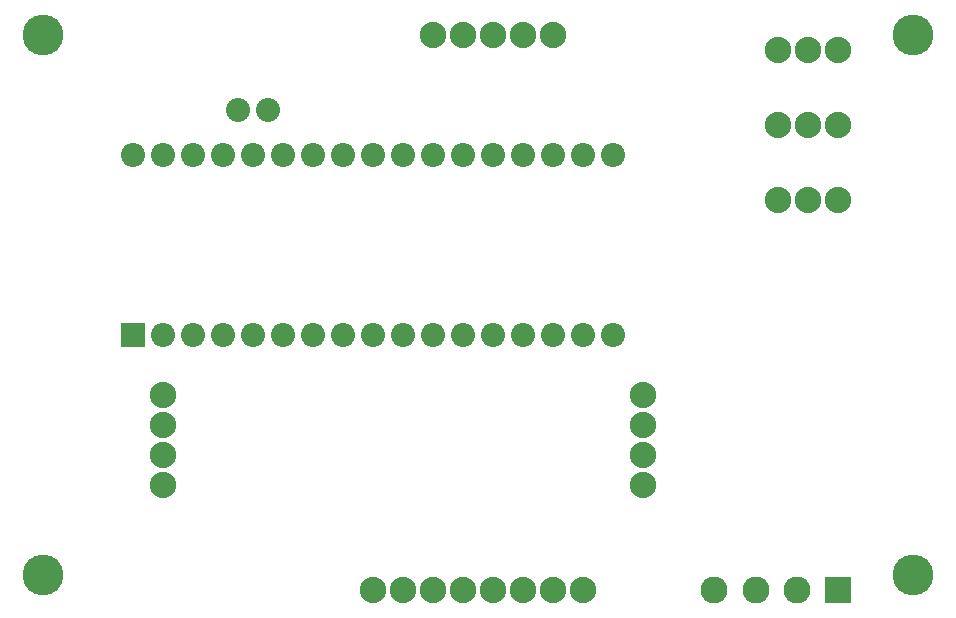
<source format=gts>
G04 MADE WITH FRITZING*
G04 WWW.FRITZING.ORG*
G04 DOUBLE SIDED*
G04 HOLES PLATED*
G04 CONTOUR ON CENTER OF CONTOUR VECTOR*
%ASAXBY*%
%FSLAX23Y23*%
%MOIN*%
%OFA0B0*%
%SFA1.0B1.0*%
%ADD10C,0.090000*%
%ADD11C,0.080555*%
%ADD12C,0.080583*%
%ADD13C,0.088000*%
%ADD14C,0.080000*%
%ADD15C,0.135984*%
%ADD16R,0.090000X0.090000*%
%ADD17R,0.080542X0.080570*%
%LNMASK1*%
G90*
G70*
G54D10*
X2886Y164D03*
X2748Y164D03*
X2611Y164D03*
X2473Y164D03*
G54D11*
X536Y1014D03*
X636Y1014D03*
X736Y1014D03*
X836Y1014D03*
X936Y1014D03*
X1036Y1014D03*
X1136Y1014D03*
X1236Y1014D03*
X1336Y1014D03*
G54D12*
X1436Y1014D03*
X1536Y1014D03*
X1636Y1014D03*
G54D11*
X1736Y1014D03*
X1836Y1014D03*
G54D12*
X1936Y1014D03*
X2036Y1014D03*
X2136Y1014D03*
G54D11*
X536Y1614D03*
X636Y1614D03*
X736Y1614D03*
X836Y1614D03*
X936Y1614D03*
X1036Y1614D03*
X1336Y1614D03*
G54D12*
X1436Y1614D03*
G54D11*
X1236Y1614D03*
X1136Y1614D03*
G54D12*
X1536Y1614D03*
X1636Y1614D03*
G54D11*
X1736Y1614D03*
X1836Y1614D03*
G54D12*
X1936Y1614D03*
X2036Y1614D03*
X2136Y1614D03*
G54D13*
X2036Y164D03*
X1936Y164D03*
X1836Y164D03*
X1736Y164D03*
X1636Y164D03*
X1536Y164D03*
X1436Y164D03*
X1336Y164D03*
X1536Y2014D03*
X1636Y2014D03*
X1736Y2014D03*
X1836Y2014D03*
X1936Y2014D03*
G54D14*
X886Y1764D03*
X986Y1764D03*
G54D15*
X3136Y214D03*
X3136Y2014D03*
X236Y214D03*
X236Y2014D03*
G54D13*
X636Y814D03*
X636Y714D03*
X636Y614D03*
X636Y514D03*
X2236Y814D03*
X2236Y714D03*
X2236Y614D03*
X2236Y514D03*
X2886Y1964D03*
X2786Y1964D03*
X2686Y1964D03*
X2886Y1714D03*
X2786Y1714D03*
X2686Y1714D03*
X2886Y1464D03*
X2786Y1464D03*
X2686Y1464D03*
G54D16*
X2886Y164D03*
G54D17*
X536Y1014D03*
G04 End of Mask1*
M02*
</source>
